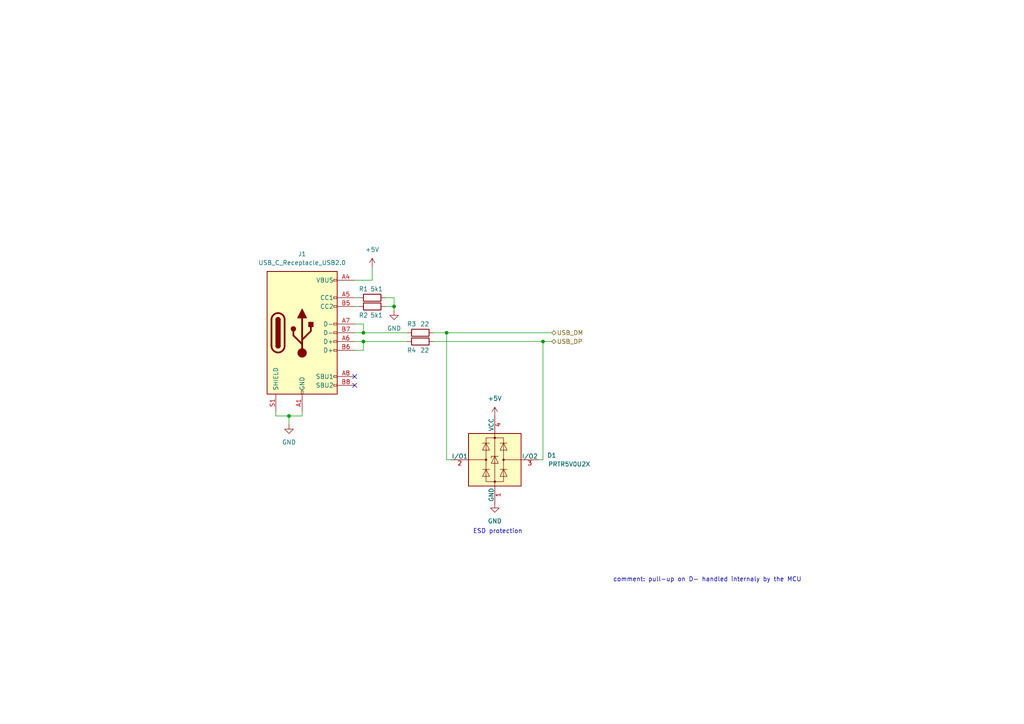
<source format=kicad_sch>
(kicad_sch (version 20211123) (generator eeschema)
  (paper "A4")
  (lib_symbols
    (symbol "Connector:USB_C_Receptacle_USB2.0" (pin_names (offset 1.016))
      (property "Reference" "J" (at -10.16 19.05 0))
      (property "Value" "USB_C_Receptacle_USB2.0" (at 19.05 19.05 0))
      (symbol "USB_C_Receptacle_USB2.0_0_0"
        (rectangle (start -0.254 -17.78) (end 0.254 -16.764))
        (rectangle (start 10.16 -14.986) (end 9.144 -15.494))
        (rectangle (start 10.16 -12.446) (end 9.144 -12.954))
        (rectangle (start 10.16 -4.826) (end 9.144 -5.334))
        (rectangle (start 10.16 -2.286) (end 9.144 -2.794))
        (rectangle (start 10.16 0.254) (end 9.144 -0.254))
        (rectangle (start 10.16 2.794) (end 9.144 2.286))
        (rectangle (start 10.16 7.874) (end 9.144 7.366))
        (rectangle (start 10.16 10.414) (end 9.144 9.906))
        (rectangle (start 10.16 15.494) (end 9.144 14.986))
      )
      (symbol "USB_C_Receptacle_USB2.0_0_1"
        (rectangle (start -10.16 17.78) (end 10.16 -17.78) (stroke (width 0.254)) (fill (type background)))
        (arc (start -8.89 -3.81) (mid -6.985 -5.715) (end -5.08 -3.81) (stroke (width 0.508)))
        (arc (start -7.62 -3.81) (mid -6.985 -4.445) (end -6.35 -3.81) (stroke (width 0.254)))
        (arc (start -7.62 -3.81) (mid -6.985 -4.445) (end -6.35 -3.81) (stroke (width 0.254)) (fill (type outline)))
        (rectangle (start -7.62 -3.81) (end -6.35 3.81) (stroke (width 0.254)) (fill (type outline)))
        (arc (start -6.35 3.81) (mid -6.985 4.445) (end -7.62 3.81) (stroke (width 0.254)))
        (arc (start -6.35 3.81) (mid -6.985 4.445) (end -7.62 3.81) (stroke (width 0.254)) (fill (type outline)))
        (arc (start -5.08 3.81) (mid -6.985 5.715) (end -8.89 3.81) (stroke (width 0.508)))
        (circle (center -2.54 1.143) (radius 0.635) (stroke (width 0.254)) (fill (type outline)))
        (circle (center 0 -5.842) (radius 1.27) (fill (type outline)))
        (polyline (pts (xy -8.89 -3.81) (xy -8.89 3.81)) (stroke (width 0.508)))
        (polyline (pts (xy -5.08 3.81) (xy -5.08 -3.81)) (stroke (width 0.508)))
        (polyline (pts (xy 0 -5.842) (xy 0 4.318)) (stroke (width 0.508)))
        (polyline (pts (xy 0 -3.302) (xy -2.54 -0.762) (xy -2.54 0.508)) (stroke (width 0.508)))
        (polyline (pts (xy 0 -2.032) (xy 2.54 0.508) (xy 2.54 1.778)) (stroke (width 0.508)))
        (polyline (pts (xy -1.27 4.318) (xy 0 6.858) (xy 1.27 4.318) (xy -1.27 4.318)) (stroke (width 0.254)) (fill (type outline)))
        (rectangle (start 1.905 1.778) (end 3.175 3.048) (stroke (width 0.254)) (fill (type outline)))
      )
      (symbol "USB_C_Receptacle_USB2.0_1_1"
        (pin passive line (at 0 -22.86 90) (length 5.08) (name "GND") (number "A1"))
        (pin passive line (at 0 -22.86 90) (length 5.08) hide (name "GND") (number "A12"))
        (pin passive line (at 15.24 15.24 180) (length 5.08) (name "VBUS") (number "A4"))
        (pin bidirectional line (at 15.24 10.16 180) (length 5.08) (name "CC1") (number "A5"))
        (pin bidirectional line (at 15.24 -2.54 180) (length 5.08) (name "D+") (number "A6"))
        (pin bidirectional line (at 15.24 2.54 180) (length 5.08) (name "D-") (number "A7"))
        (pin bidirectional line (at 15.24 -12.7 180) (length 5.08) (name "SBU1") (number "A8"))
        (pin passive line (at 15.24 15.24 180) (length 5.08) hide (name "VBUS") (number "A9"))
        (pin passive line (at 0 -22.86 90) (length 5.08) hide (name "GND") (number "B1"))
        (pin passive line (at 0 -22.86 90) (length 5.08) hide (name "GND") (number "B12"))
        (pin passive line (at 15.24 15.24 180) (length 5.08) hide (name "VBUS") (number "B4"))
        (pin bidirectional line (at 15.24 7.62 180) (length 5.08) (name "CC2") (number "B5"))
        (pin bidirectional line (at 15.24 -5.08 180) (length 5.08) (name "D+") (number "B6"))
        (pin bidirectional line (at 15.24 0 180) (length 5.08) (name "D-") (number "B7"))
        (pin bidirectional line (at 15.24 -15.24 180) (length 5.08) (name "SBU2") (number "B8"))
        (pin passive line (at 15.24 15.24 180) (length 5.08) hide (name "VBUS") (number "B9"))
        (pin passive line (at -7.62 -22.86 90) (length 5.08) (name "SHIELD") (number "S1"))
      )
    )
    (symbol "Device:R" (pin_numbers hide) (pin_names (offset 0))
      (property "Reference" "R" (at 2.032 0 90))
      (property "Value" "R" (at 0 0 90))
      (symbol "R_0_1"
        (rectangle (start -1.016 -2.54) (end 1.016 2.54) (stroke (width 0.254)))
      )
      (symbol "R_1_1"
        (pin passive line (at 0 3.81 270) (length 1.27) (name "~") (number "1"))
        (pin passive line (at 0 -3.81 90) (length 1.27) (name "~") (number "2"))
      )
    )
    (symbol "Power_Protection:PRTR5V0U2X" (pin_names (offset 0))
      (property "Reference" "D" (at 2.794 8.636 0))
      (property "Value" "PRTR5V0U2X" (at 8.128 -9.398 0))
      (symbol "PRTR5V0U2X_0_1"
        (rectangle (start -7.62 -7.62) (end 7.62 7.62) (stroke (width 0.254)) (fill (type background)))
        (circle (center -2.54 0) (radius 0.254) (fill (type outline)))
        (rectangle (start -2.54 6.35) (end 2.54 -6.35))
        (circle (center 0 -6.35) (radius 0.254) (fill (type outline)))
        (polyline (pts (xy -2.54 0) (xy -7.62 0)))
        (polyline (pts (xy -1.524 -2.794) (xy -3.556 -2.794)))
        (polyline (pts (xy -1.524 4.826) (xy -3.556 4.826)))
        (polyline (pts (xy 0 -7.62) (xy 0 7.62)))
        (polyline (pts (xy 1.524 -2.794) (xy 3.556 -2.794)))
        (polyline (pts (xy 1.524 4.826) (xy 3.556 4.826)))
        (polyline (pts (xy 2.54 0) (xy 7.62 0)))
        (polyline (pts (xy 1.016 1.016) (xy -1.016 1.016) (xy -1.016 0.508)))
        (polyline (pts (xy -3.556 -4.826) (xy -1.524 -4.826) (xy -2.54 -2.794) (xy -3.556 -4.826)))
        (polyline (pts (xy -3.556 2.794) (xy -1.524 2.794) (xy -2.54 4.826) (xy -3.556 2.794)))
        (polyline (pts (xy -1.016 -1.016) (xy 1.016 -1.016) (xy 0 1.016) (xy -1.016 -1.016)))
        (polyline (pts (xy 3.556 -4.826) (xy 1.524 -4.826) (xy 2.54 -2.794) (xy 3.556 -4.826)))
        (polyline (pts (xy 3.556 2.794) (xy 1.524 2.794) (xy 2.54 4.826) (xy 3.556 2.794)))
        (circle (center 0 6.35) (radius 0.254) (fill (type outline)))
        (circle (center 2.54 0) (radius 0.254) (fill (type outline)))
      )
      (symbol "PRTR5V0U2X_1_1"
        (pin passive line (at 0 -12.7 90) (length 5.08) (name "GND") (number "1"))
        (pin passive line (at -12.7 0 0) (length 5.08) (name "I/O1") (number "2"))
        (pin passive line (at 12.7 0 180) (length 5.08) (name "I/O2") (number "3"))
        (pin passive line (at 0 12.7 270) (length 5.08) (name "VCC") (number "4"))
      )
    )
    (symbol "power:+5V" (power) (pin_names (offset 0))
      (property "Value" "+5V" (at 0 3.556 0))
      (symbol "+5V_0_1"
        (polyline (pts (xy -0.762 1.27) (xy 0 2.54)))
        (polyline (pts (xy 0 0) (xy 0 2.54)))
        (polyline (pts (xy 0 2.54) (xy 0.762 1.27)))
      )
      (symbol "+5V_1_1"
        (pin power_in line (at 0 0 90) (length 0) hide (name "+5V") (number "1"))
      )
    )
    (symbol "power:GND" (power) (pin_names (offset 0))
      (property "Value" "GND" (at 0 -3.81 0))
      (symbol "GND_0_1"
        (polyline (pts (xy 0 0) (xy 0 -1.27) (xy 1.27 -1.27) (xy 0 -2.54) (xy -1.27 -1.27) (xy 0 -1.27)))
      )
      (symbol "GND_1_1"
        (pin power_in line (at 0 0 270) (length 0) hide (name "GND") (number "1"))
      )
    )
  )
  (junction (at 83.82 120.65))
  (junction (at 114.3 88.9))
  (junction (at 157.48 99.06))
  (junction (at 129.54 96.52))
  (junction (at 105.41 96.52))
  (junction (at 105.41 99.06))
  (no_connect (at 102.87 109.22))
  (no_connect (at 102.87 111.76))
  (wire (pts (xy 157.48 99.06) (xy 157.48 133.35)))
  (wire (pts (xy 111.76 86.36) (xy 114.3 86.36)))
  (wire (pts (xy 129.54 133.35) (xy 129.54 96.52)))
  (wire (pts (xy 104.14 88.9) (xy 102.87 88.9)))
  (wire (pts (xy 105.41 96.52) (xy 102.87 96.52)))
  (wire (pts (xy 102.87 93.98) (xy 105.41 93.98)))
  (wire (pts (xy 87.63 120.65) (xy 87.63 119.38)))
  (wire (pts (xy 105.41 96.52) (xy 118.11 96.52)))
  (wire (pts (xy 104.14 86.36) (xy 102.87 86.36)))
  (wire (pts (xy 80.01 119.38) (xy 80.01 120.65)))
  (wire (pts (xy 83.82 120.65) (xy 87.63 120.65)))
  (wire (pts (xy 105.41 93.98) (xy 105.41 96.52)))
  (wire (pts (xy 80.01 120.65) (xy 83.82 120.65)))
  (wire (pts (xy 125.73 99.06) (xy 157.48 99.06)))
  (wire (pts (xy 83.82 120.65) (xy 83.82 123.19)))
  (wire (pts (xy 157.48 99.06) (xy 160.02 99.06)))
  (wire (pts (xy 102.87 101.6) (xy 105.41 101.6)))
  (wire (pts (xy 114.3 88.9) (xy 114.3 90.17)))
  (wire (pts (xy 130.81 133.35) (xy 129.54 133.35)))
  (wire (pts (xy 111.76 88.9) (xy 114.3 88.9)))
  (wire (pts (xy 105.41 101.6) (xy 105.41 99.06)))
  (wire (pts (xy 129.54 96.52) (xy 160.02 96.52)))
  (wire (pts (xy 107.95 81.28) (xy 107.95 77.47)))
  (wire (pts (xy 156.21 133.35) (xy 157.48 133.35)))
  (wire (pts (xy 102.87 81.28) (xy 107.95 81.28)))
  (wire (pts (xy 125.73 96.52) (xy 129.54 96.52)))
  (wire (pts (xy 114.3 86.36) (xy 114.3 88.9)))
  (wire (pts (xy 105.41 99.06) (xy 118.11 99.06)))
  (wire (pts (xy 105.41 99.06) (xy 102.87 99.06)))
  (text "ESD protection" (at 137.16 154.94 0) (effects (font (size 1.27 1.27)) (justify left bottom)))
  (text "comment: pull-up on D- handled internaly by the MCU" (at 177.8 168.91 0) (effects (font (size 1.27 1.27)) (justify left bottom)))
  (hierarchical_label "USB_DM" (shape bidirectional) (at 160.02 96.52 0))
  (hierarchical_label "USB_DP" (shape bidirectional) (at 160.02 99.06 0))
  (symbol (lib_id "Device:R") (at 121.92 99.06 90) (unit 1)
    (property "Reference" "R4" (at 119.38 101.6 90))
    (property "Value" "22" (at 123.19 101.6 90))
    (property "Footprint" "Resistor_SMD:R_0603_1608Metric" (effects hide))
    (property "LCSC" "C107701" (effects hide))
  )
  (symbol (lib_id "Device:R") (at 107.95 88.9 90) (unit 1)
    (property "Reference" "R2" (at 105.41 91.44 90))
    (property "Value" "5k1" (at 109.22 91.44 90))
    (property "Footprint" "Resistor_SMD:R_0603_1608Metric" (effects hide))
    (property "LCSC" "C23186" (effects hide))
  )
  (symbol (lib_id "power:+5V") (at 143.51 120.65 0) (unit 1)
    (property "Reference" "#PWR04" (effects hide))
    (property "Value" "+5V" (at 143.51 115.57 0))
  )
  (symbol (lib_id "power:GND") (at 83.82 123.19 0) (unit 1)
    (property "Reference" "#PWR01" (effects hide))
    (property "Value" "GND" (at 83.82 128.27 0))
  )
  (symbol (lib_id "Power_Protection:PRTR5V0U2X") (at 143.51 133.35 0) (unit 1)
    (property "Reference" "D1" (at 160.02 132.08 0))
    (property "Value" "PRTR5V0U2X" (at 165.1 134.62 0))
    (property "Footprint" "Package_TO_SOT_SMD:SOT-143" (effects hide))
    (property "Datasheet" "https://assets.nexperia.com/documents/data-sheet/PRTR5V0U2X.pdf" (effects hide))
    (property "LCSC" "C2827688" (effects hide))
  )
  (symbol (lib_id "Device:R") (at 121.92 96.52 90) (unit 1)
    (property "Reference" "R3" (at 119.38 93.98 90))
    (property "Value" "22" (at 123.19 93.98 90))
    (property "Footprint" "Resistor_SMD:R_0603_1608Metric" (effects hide))
    (property "LCSC" "C107701" (effects hide))
  )
  (symbol (lib_id "power:GND") (at 114.3 90.17 0) (unit 1)
    (property "Reference" "#PWR03" (effects hide))
    (property "Value" "GND" (at 114.3 95.25 0))
  )
  (symbol (lib_id "Device:R") (at 107.95 86.36 90) (unit 1)
    (property "Reference" "R1" (at 105.41 83.82 90))
    (property "Value" "5k1" (at 109.22 83.82 90))
    (property "Footprint" "Resistor_SMD:R_0603_1608Metric" (effects hide))
    (property "LCSC" "C23186" (effects hide))
  )
  (symbol (lib_id "Connector:USB_C_Receptacle_USB2.0") (at 87.63 96.52 0) (unit 1)
    (property "Reference" "J1" (at 87.63 73.66 0))
    (property "Value" "USB_C_Receptacle_USB2.0" (at 87.63 76.2 0))
    (property "Footprint" "Connector_USB:USB_C_Receptacle_XKB_U262-16XN-4BVC11" (effects hide))
    (property "Datasheet" "https://www.usb.org/sites/default/files/documents/usb_type-c.zip" (effects hide))
    (property "LCSC" "C319148" (effects hide))
  )
  (symbol (lib_id "power:+5V") (at 107.95 77.47 0) (unit 1)
    (property "Reference" "#PWR02" (effects hide))
    (property "Value" "+5V" (at 107.95 72.39 0))
  )
  (symbol (lib_id "power:GND") (at 143.51 146.05 0) (unit 1)
    (property "Reference" "#PWR05" (effects hide))
    (property "Value" "GND" (at 143.51 151.13 0))
  )
)
</source>
